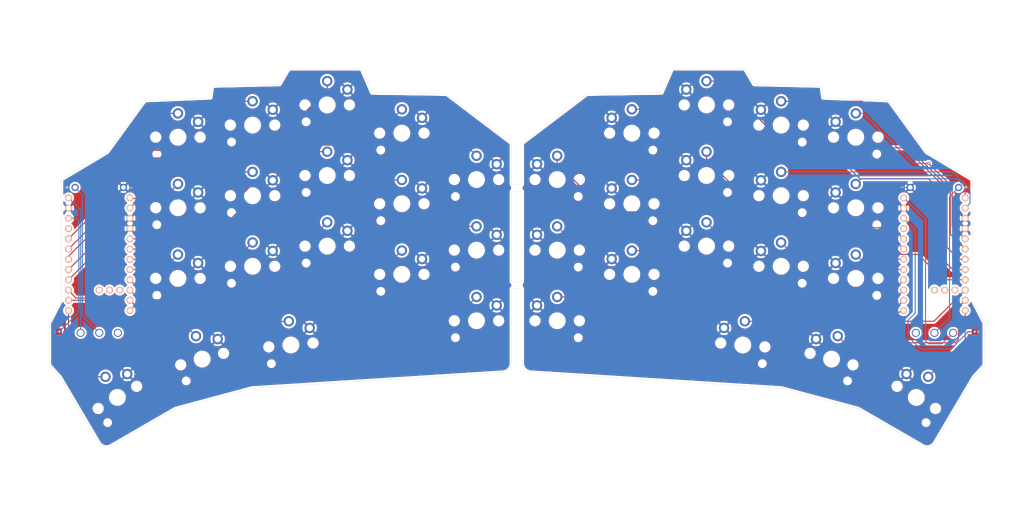
<source format=kicad_pcb>
(kicad_pcb (version 20211014) (generator pcbnew)
  (layers (0 "F.Cu" signal) (31 "B.Cu" signal) (34 "B.Paste" user) (35 "F.Paste" user) (36 "B.SilkS" user "B.Silkscreen") (37 "F.SilkS" user "F.Silkscreen") (38 "B.Mask" user) (39 "F.Mask" user) (44 "Edge.Cuts" user))
  (net 0 "")
  (net 1 "BT+")
  (net 2 "gnd")
  (net 3 "Switch18")
  (net 4 "reset")
  (net 5 "Switch1")
  (net 6 "Switch2")
  (net 7 "Switch3")
  (net 8 "Switch4")
  (net 9 "Switch5")
  (net 10 "Switch6")
  (net 11 "Switch7")
  (net 12 "Switch8")
  (net 13 "Switch9")
  (net 14 "Switch10")
  (net 15 "Switch11")
  (net 16 "Switch12")
  (net 17 "Switch13")
  (net 18 "Switch14")
  (net 19 "Switch15")
  (net 20 "Switch16")
  (net 21 "Switch17")
  (net 22 "Net-(SW_POWER1-Pad1)")
  (net 23 "raw")
  (net 24 "BT+_r")
  (net 25 "Switch18_r")
  (net 26 "reset_r")
  (net 27 "Switch9_r")
  (net 28 "Switch10_r")
  (net 29 "Switch11_r")
  (net 30 "Switch12_r")
  (net 31 "Switch13_r")
  (net 32 "Switch14_r")
  (net 33 "Switch15_r")
  (net 34 "Switch16_r")
  (net 35 "Switch17_r")
  (net 36 "Switch1_r")
  (net 37 "Switch2_r")
  (net 38 "Switch3_r")
  (net 39 "Switch4_r")
  (net 40 "Switch5_r")
  (net 41 "Switch6_r")
  (net 42 "Switch7_r")
  (net 43 "Switch8_r")
  (net 44 "Net-(SW_POWERR1-Pad1)")
  (net 45 "Net-(U1-Pad33)")
  (net 46 "Net-(U1-Pad32)")
  (net 47 "Net-(U1-Pad31)")
  (net 48 "Net-(U2-Pad33)")
  (net 49 "Net-(U2-Pad32)")
  (net 50 "Net-(U2-Pad31)")
  (net 51 "Net-(U1-Pad21)")
  (net 52 "Net-(U2-Pad21)")
  (footprint "1_modular_shared:mouse-bite-2mm-slot-with-space-for-track" (layer "F.Cu") (at 147.518 103.87)
    (fp_text reference "mouse-bite-2mm-slot" hide)
    (fp_text value "VAL**" hide)
  )
  (footprint "Sweepv2_extras:SW_Kailh_Choc_V1_1.00u" (layer "F.Cu") (at 118.962 101.17)
    (fp_text reference "SWr12" hide)
    (fp_text value "SW_Push")
  )
  (footprint "Sweepv2_extras:SW_Kailh_Choc_V1_1.00u" (layer "F.Cu") (at 137.462 77.67)
    (fp_text reference "SWr1" hide)
    (fp_text value "SW_Push")
  )
  (footprint "Sweepv2_extras:SW_Kailh_Choc_V1_1.00u" (layer "F.Cu") (at 118.962 66.17)
    (fp_text reference "SWr2" hide)
    (fp_text value "SW_Push")
  )
  (footprint "Sweepv2_extras:SW_Kailh_Choc_V1_1.00u" (layer "F.Cu") (at 81.962 99.17)
    (fp_text reference "SWr14" hide)
    (fp_text value "SW_Push")
  )
  (footprint "Sweepv2_extras:SW_Kailh_Choc_V1_1.00u" (layer "F.Cu") (at 48.462 131.67 30)
    (fp_text reference "SWr18" hide)
    (fp_text value "SW_Push")
  )
  (footprint "Sweepv2_extras:SW_Kailh_Choc_V1_1.00u" (layer "F.Cu") (at 91.462 118.67 5)
    (fp_text reference "SWr16" hide)
    (fp_text value "SW_Push")
  )
  (footprint "Sweepv2_extras:SW_Kailh_Choc_V1_1.00u" (layer "F.Cu") (at 137.462 112.67)
    (fp_text reference "SWr11" hide)
    (fp_text value "SW_Push")
  )
  (footprint "Sweepv2_extras:SW_Kailh_Choc_V1_1.00u" (layer "F.Cu") (at 81.962 81.67)
    (fp_text reference "SWr9" hide)
    (fp_text value "SW_Push")
  )
  (footprint "Sweepv2_extras:battery hole" (layer "F.Cu") (at 244.962 78.67)
    (fp_text reference "-")
    (fp_text value "MountingHole_Pad" hide)
  )
  (footprint "Sweepv2_extras:battery hole" (layer "F.Cu") (at 256.962 78.67)
    (fp_text reference "+")
    (fp_text value "MountingHole_Pad" hide)
  )
  (footprint "Sweepv2_extras:battery hole" (layer "F.Cu") (at 49.962 78.67)
    (fp_text reference "-")
    (fp_text value "MountingHole_Pad" hide)
  )
  (footprint "Sweepv2_extras:SW_Kailh_Choc_V1_1.00u" (layer "F.Cu") (at 69.462 122.17 15)
    (fp_text reference "SWr17" hide)
    (fp_text value "SW_Push")
  )
  (footprint "Sweepv2_extras:SW_Kailh_Choc_V1_1.00u" (layer "F.Cu") (at 63.462 84.67)
    (fp_text reference "SWr10" hide)
    (fp_text value "SW_Push")
  )
  (footprint "Sweepv2_extras:SW_Kailh_Choc_V1_1.00u" (layer "F.Cu") (at 63.462 102.17)
    (fp_text reference "SWr15" hide)
    (fp_text value "SW_Push")
  )
  (footprint "Sweepv2_extras:SW_SPST_B3U-1000P" (layer "F.Cu") (at 33.962 118.67 90)
    (fp_text reference "RSW2" hide)
    (fp_text value "SW_Push" hide)
  )
  (footprint "Sweepv2_extras:SW_SPST_B3U-1000P" (layer "F.Cu") (at 260.962 118.67 90)
    (fp_text reference "RSW1" hide)
    (fp_text value "SW_Push" hide)
  )
  (footprint "1_modular_shared:mouse-bite-2mm-slot-with-space-for-track" (layer "F.Cu") (at 147.462 79.77)
    (fp_text reference "mouse-bite-2mm-slot" hide)
    (fp_text value "VAL**" hide)
  )
  (footprint "Sweepv2_extras:battery hole" (layer "F.Cu") (at 37.962 78.67)
    (fp_text reference "+")
    (fp_text value "MountingHole_Pad" hide)
  )
  (footprint "Sweepv2_extras:SW_Kailh_Choc_V1_1.00u" (layer "F.Cu") (at 81.962 64.17)
    (fp_text reference "SWr4" hide)
    (fp_text value "SW_Push")
  )
  (footprint "Sweepv2_extras:SW_Kailh_Choc_V1_1.00u" (layer "F.Cu") (at 100.462 94.17)
    (fp_text reference "SWr13" hide)
    (fp_text value "SW_Push")
  )
  (footprint "Sweepv2_extras:SW_Kailh_Choc_V1_1.00u" (layer "F.Cu") (at 118.962 83.67)
    (fp_text reference "SWr7" hide)
    (fp_text value "SW_Push")
  )
  (footprint "Sweepv2_extras:SW_Kailh_Choc_V1_1.00u" (layer "F.Cu") (at 100.462 76.67)
    (fp_text reference "SWr8" hide)
    (fp_text value "SW_Push")
  )
  (footprint "Sweepv2_extras:SW_Kailh_Choc_V1_1.00u" (layer "F.Cu") (at 137.462 95.17)
    (fp_text reference "SWr6" hide)
    (fp_text value "SW_Push")
  )
  (footprint "Sweepv2_extras:SW_Kailh_Choc_V1_1.00u" (layer "F.Cu") (at 63.462 67.17)
    (fp_text reference "SWr5" hide)
    (fp_text value "SW_Push")
  )
  (footprint "Sweepv2_extras:SW_Kailh_Choc_V1_1.00u" (layer "F.Cu") (at 100.462 59.17)
    (fp_text reference "SWr3" hide)
    (fp_text value "SW_Push")
  )
  (footprint "Sweepv2_extras:nice_nano" (layer "B.Cu") (at 43.962 96.17 -90)
    (fp_text reference "U2" hide)
    (fp_text value "nice_nano" hide)
  )
  (footprint "Sweepv2_extras:nice_nano" (layer "B.Cu") (at 250.962 96.17 -90)
    (fp_text reference "U1" hide)
    (fp_text value "nice_nano" hide)
  )
  (footprint "Sweepv2_extras:SW_Kailh_Choc_V1_1.00u" (layer "B.Cu") (at 203.462 118.67 175)
    (fp_text reference "SW16" hide)
    (fp_text value "SW_Push")
  )
  (footprint "Sweepv2_extras:SW_Kailh_Choc_V1_1.00u" (layer "B.Cu") (at 225.462 122.17 165)
    (fp_text reference "SW17" hide)
    (fp_text value "SW_Push")
  )
  (footprint "Sweepv2_extras:SW_Kailh_Choc_V1_1.00u" (layer "B.Cu") (at 246.462 131.67 150)
    (fp_text reference "SW18" hide)
    (fp_text value "SW_Push")
  )
  (footprint "Sweepv2_extras:SW_Kailh_Choc_V1_1.00u" (layer "B.Cu") (at 194.462 76.67 180)
    (fp_text reference "SW8" hide)
    (fp_text value "SW_Push")
  )
  (footprint "Sweepv2_extras:SW_Kailh_Choc_V1_1.00u" (layer "B.Cu") (at 175.962 101.17 180)
    (fp_text reference "SW12" hide)
    (fp_text value "SW_Push")
  )
  (footprint "Sweepv2_extras:SW_Kailh_Choc_V1_1.00u" (layer "B.Cu") (at 212.962 64.17 180)
    (fp_text reference "SW4" hide)
    (fp_text value "SW_Push")
  )
  (footprint "Sweepv2_extras:SW_Kailh_Choc_V1_1.00u" (layer "B.Cu") (at 175.962 83.67 180)
    (fp_text reference "SW7" hide)
    (fp_text value "SW_Push")
  )
  (footprint "Sweepv2_extras:SW_Kailh_Choc_V1_1.00u" (layer "B.Cu") (at 157.462 112.67 180)
    (fp_text reference "SW11" hide)
    (fp_text value "SW_Push")
  )
  (footprint "Sweepv2_extras:SW_Kailh_Choc_V1_1.00u" (layer "B.Cu") (at 231.462 67.17 180)
    (fp_text reference "SW5" hide)
    (fp_text value "SW_Push")
  )
  (footprint "Sweepv2_extras:SW_Kailh_Choc_V1_1.00u" (layer "B.Cu") (at 212.962 81.67 180)
    (fp_text reference "SW9" hide)
    (fp_text value "SW_Push")
  )
  (footprint "Sweepv2_extras:SW_Kailh_Choc_V1_1.00u" (layer "B.Cu") (at 231.462 84.67 180)
    (fp_text reference "SW10" hide)
    (fp_text value "SW_Push")
  )
  (footprint "Sweepv2_extras:SW_Kailh_Choc_V1_1.00u" (layer "B.Cu") (at 157.462 77.67 180)
    (fp_text reference "SW1" hide)
    (fp_text value "SW_Push")
  )
  (footprint "Sweepv2_extras:SW_Kailh_Choc_V1_1.00u" (layer "B.Cu") (at 175.962 66.17 180)
    (fp_text reference "SW2" hide)
    (fp_text value "SW_Push")
  )
  (footprint "Sweepv2_extras:bigswitch" (layer "B.Cu") (at 250.962 115.67)
    (fp_text reference "SW_POWERR1" hide)
    (fp_text value "SW_SPDT" hide)
  )
  (footprint "Sweepv2_extras:bigswitch" (layer "B.Cu") (at 43.962 115.67 180)
    (fp_text reference "SW_POWER1" hide)
    (fp_text value "SW_SPDT" hide)
  )
  (footprint "Sweepv2_extras:SW_Kailh_Choc_V1_1.00u" (layer "B.Cu") (at 212.962 99.17 180)
    (fp_text reference "SW14" hide)
    (fp_text value "SW_Push")
  )
  (footprint "Sweepv2_extras:SW_Kailh_Choc_V1_1.00u" (layer "B.Cu") (at 157.462 95.17 180)
    (fp_text reference "SW6" hide)
    (fp_text value "SW_Push")
  )
  (footprint "Sweepv2_extras:SW_Kailh_Choc_V1_1.00u" (layer "B.Cu") (at 194.462 59.17 180)
    (fp_text reference "SW3" hide)
    (fp_text value "SW_Push")
  )
  (footprint "Sweepv2_extras:SW_Kailh_Choc_V1_1.00u" (layer "B.Cu") (at 194.462 94.17 180)
    (fp_text reference "SW13" hide)
    (fp_text value "SW_Push")
  )
  (footprint "Sweepv2_extras:SW_Kailh_Choc_V1_1.00u" (layer "B.Cu") (at 231.462 102.17 180)
    (fp_text reference "SW15" hide)
    (fp_text value "SW_Push")
  )
  (gr_line (start 146.162 104.75) (end 146.162 123.17) (layer "Edge.Cuts") (width 0.05))
  (gr_line (start 148.762 80.62) (end 146.162 80.62) (layer "Edge.Cuts") (width 0.05))
  (gr_line (start 146.162 68.67) (end 146.162 78.842) (layer "Edge.Cuts") (width 0.05))
  (gr_line (start 148.762 68.67) (end 148.762 78.842) (layer "Edge.Cuts") (width 0.05))
  (gr_line (start 148.762 78.842) (end 146.162 78.842) (layer "Edge.Cuts") (width 0.05))
  (gr_line (start 148.762 104.75) (end 146.162 104.75) (layer "Edge.Cuts") (width 0.05))
  (gr_line (start 148.762 102.972) (end 146.162 102.972) (layer "Edge.Cuts") (width 0.05))
  (gr_line (start 146.162 80.62) (end 146.162 102.972) (layer "Edge.Cuts") (width 0.05))
  (gr_line (start 148.762 80.62) (end 148.762 102.972) (layer "Edge.Cuts") (width 0.05))
  (gr_line (start 130.062 56.47) (end 146.162 68.67) (layer "Edge.Cuts") (width 0.05))
  (gr_line (start 203.962 50.17) (end 185.962 50.17) (layer "Edge.Cuts") (width 0.05))
  (gr_line (start 248.962 70.87) (end 239.662 58.07) (layer "Edge.Cuts") (width 0.05))
  (gr_line (start 148.762 104.75) (end 148.762 123.17) (layer "Edge.Cuts") (width 0.05))
  (gr_line (start 232.062 134.47) (end 248.001532 143.681363) (layer "Edge.Cuts") (width 0.05))
  (gr_line (start 263.362 113.27) (end 260.362 107.47) (layer "Edge.Cuts") (width 0.05))
  (gr_arc (start 151.062 125.47) (mid 149.435654 124.796346) (end 148.762 123.17) (layer "Edge.Cuts") (width 0.05))
  (gr_line (start 223.362 57.37) (end 222.962 54.47) (layer "Edge.Cuts") (width 0.05))
  (gr_line (start 222.962 54.47) (end 206.262 54.07) (layer "Edge.Cuts") (width 0.05))
  (gr_line (start 206.262 54.07) (end 203.962 50.17) (layer "Edge.Cuts") (width 0.05))
  (gr_line (start 260.662 126.67) (end 263.362 123.67) (layer "Edge.Cuts") (width 0.05))
  (gr_line (start 263.362 123.67) (end 263.362 113.27) (layer "Edge.Cuts") (width 0.05))
  (gr_line (start 164.862 56.47) (end 148.762 68.67) (layer "Edge.Cuts") (width 0.05))
  (gr_line (start 260.362 77.67) (end 248.962 70.87) (layer "Edge.Cuts") (width 0.05))
  (gr_line (start 151.062 125.47) (end 213.062 129.37) (layer "Edge.Cuts") (width 0.05))
  (gr_line (start 185.962 50.17) (end 183.362 56.17) (layer "Edge.Cuts") (width 0.05))
  (gr_line (start 183.362 56.17) (end 164.862 56.47) (layer "Edge.Cuts") (width 0.05))
  (gr_line (start 239.662 58.07) (end 223.362 57.37) (layer "Edge.Cuts") (width 0.05))
  (gr_line (start 260.362 107.47) (end 260.362 77.67) (layer "Edge.Cuts") (width 0.05))
  (gr_line (start 213.062 129.37) (end 232.062 134.47) (layer "Edge.Cuts") (width 0.05))
  (gr_arc (start 251.162 142.77) (mid 249.781556 143.918523) (end 248.001532 143.681363) (layer "Edge.Cuts") (width 0.05))
  (gr_line (start 251.162 142.77) (end 260.662 126.67) (layer "Edge.Cuts") (width 0.05))
  (gr_line (start 71.962 54.47) (end 88.662 54.07) (layer "Edge.Cuts") (width 0.05))
  (gr_line (start 55.262 58.07) (end 71.562 57.37) (layer "Edge.Cuts") (width 0.05))
  (gr_line (start 34.562 77.67) (end 45.962 70.87) (layer "Edge.Cuts") (width 0.05))
  (gr_line (start 88.662 54.07) (end 90.962 50.17) (layer "Edge.Cuts") (width 0.05))
  (gr_line (start 43.762 142.77) (end 34.262 126.67) (layer "Edge.Cuts") (width 0.05))
  (gr_line (start 111.562 56.17) (end 130.062 56.47) (layer "Edge.Cuts") (width 0.05))
  (gr_line (start 31.562 113.27) (end 34.562 107.47) (layer "Edge.Cuts") (width 0.05))
  (gr_line (start 34.262 126.67) (end 31.562 123.67) (layer "Edge.Cuts") (width 0.05))
  (gr_line (start 45.962 70.87) (end 55.262 58.07) (layer "Edge.Cuts") (width 0.05))
  (gr_line (start 143.862 125.47) (end 81.862 129.37) (layer "Edge.Cuts") (width 0.05))
  (gr_line (start 62.862 134.47) (end 46.922468 143.681363) (layer "Edge.Cuts") (width 0.05))
  (gr_line (start 31.562 123.67) (end 31.562 113.27) (layer "Edge.Cuts") (width 0.05))
  (gr_line (start 71.562 57.37) (end 71.962 54.47) (layer "Edge.Cuts") (width 0.05))
  (gr_line (start 90.962 50.17) (end 108.962 50.17) (layer "Edge.Cuts") (width 0.05))
  (gr_arc (start 46.922468 143.681363) (mid 45.142444 143.918523) (end 43.762 142.77) (layer "Edge.Cuts") (width 0.05))
  (gr_line (start 34.562 107.47) (end 34.562 77.67) (layer "Edge.Cuts") (width 0.05))
  (gr_line (start 108.962 50.17) (end 111.562 56.17) (layer "Edge.Cuts") (width 0.05))
  (gr_line (start 81.862 129.37) (end 62.862 134.47) (layer "Edge.Cuts") (width 0.05))
  (gr_arc (start 146.162 123.17) (mid 145.488346 124.796346) (end 143.862 125.47) (layer "Edge.Cuts") (width 0.05))
  (segment (start 37.962 79.63) (end 39.79201 81.46001) (width 0.25) (layer "B.Cu") (net 1))
  (segment (start 39.79201 81.46001) (end 39.79201 111.50001) (width 0.25) (layer "B.Cu") (net 1))
  (segment (start 39.79201 111.50001) (end 43.962 115.67) (width 0.25) (layer "B.Cu") (net 1))
  (segment (start 243.342 84.74) (end 241.386 82.784) (width 0.25) (layer "B.Cu") (net 2))
  (segment (start 241.386 82.784) (end 241.386 80.278) (width 0.25) (layer "B.Cu") (net 2))
  (segment (start 242.034 79.63) (end 244.962 79.63) (width 0.25) (layer "B.Cu") (net 2))
  (segment (start 241.386 80.278) (end 242.034 79.63) (width 0.25) (layer "B.Cu") (net 2))
  (segment (start 258.582 117.39045) (end 249.412 126.56045) (width 0.25) (layer "F.Cu") (net 3))
  (segment (start 258.582 110.14) (end 258.582 117.39045) (width 0.25) (layer "F.Cu") (net 3))
  (segment (start 260.962 115.37) (end 259.126 115.37) (width 0.25) (layer "F.Cu") (net 4))
  (via (at 260.962 115.37) (size 0.8) (drill 0.4) (layers "F.Cu" "B.Cu") (net 4))
  (segment (start 246.212 110.758) (end 246.212 90.15) (width 0.25) (layer "B.Cu") (net 4))
  (segment (start 244.434 112.536) (end 246.212 110.758) (width 0.25) (layer "B.Cu") (net 4))
  (segment (start 247.482 119.648) (end 244.434 116.6) (width 0.25) (layer "B.Cu") (net 4))
  (segment (start 259.38 115.37) (end 255.102 119.648) (width 0.25) (layer "B.Cu") (net 4))
  (segment (start 260.962 115.37) (end 259.38 115.37) (width 0.25) (layer "B.Cu") (net 4))
  (segment (start 246.212 90.15) (end 243.342 87.28) (width 0.25) (layer "B.Cu") (net 4))
  (segment (start 244.434 116.6) (end 244.434 112.536) (width 0.25) (layer "B.Cu") (net 4))
  (segment (start 255.102 119.648) (end 247.482 119.648) (width 0.25) (layer "B.Cu") (net 4))
  (segment (start 202.524 90.49648) (end 237.101898 90.49648) (width 0.25) (layer "F.Cu") (net 5))
  (segment (start 253.214 102.52) (end 258.582 102.52) (width 0.25) (layer "F.Cu") (net 5))
  (segment (start 197.698 85.67048) (end 202.524 90.49648) (width 0.25) (layer "F.Cu") (net 5))
  (segment (start 157.462 71.77) (end 157.462 73.619586) (width 0.25) (layer "F.Cu") (net 5))
  (segment (start 169.512894 85.67048) (end 197.698 85.67048) (width 0.25) (layer "F.Cu") (net 5))
  (segment (start 157.462 73.619586) (end 169.512894 85.67048) (width 0.25) (layer "F.Cu") (net 5))
  (segment (start 246.933189 96.239189) (end 253.214 102.52) (width 0.25) (layer "F.Cu") (net 5))
  (segment (start 237.101898 90.49648) (end 242.844607 96.239189) (width 0.25) (layer "F.Cu") (net 5))
  (segment (start 242.844607 96.239189) (end 246.933189 96.239189) (width 0.25) (layer "F.Cu") (net 5))
  (segment (start 255.5 99.98) (end 258.582 99.98) (width 0.25) (layer "F.Cu") (net 6))
  (segment (start 193.888 62.244) (end 203.54 71.896) (width 0.25) (layer "F.Cu") (net 6))
  (segment (start 252.816 80.786) (end 252.816 97.296) (width 0.25) (layer "F.Cu") (net 6))
  (segment (start 212.909407 73.42) (end 228.409407 73.42) (width 0.25) (layer "F.Cu") (net 6))
  (segment (start 232.473407 77.484) (end 249.514 77.484) (width 0.25) (layer "F.Cu") (net 6))
  (segment (start 175.962 60.27) (end 185.564 60.27) (width 0.25) (layer "F.Cu") (net 6))
  (segment (start 252.816 97.296) (end 255.5 99.98) (width 0.25) (layer "F.Cu") (net 6))
  (segment (start 185.564 60.27) (end 187.538 62.244) (width 0.25) (layer "F.Cu") (net 6))
  (segment (start 187.538 62.244) (end 193.888 62.244) (width 0.25) (layer "F.Cu") (net 6))
  (segment (start 211.385407 71.896) (end 212.909407 73.42) (width 0.25) (layer "F.Cu") (net 6))
  (segment (start 228.409407 73.42) (end 232.473407 77.484) (width 0.25) (layer "F.Cu") (net 6))
  (segment (start 203.54 71.896) (end 211.385407 71.896) (width 0.25) (layer "F.Cu") (net 6))
  (segment (start 249.514 77.484) (end 252.816 80.786) (width 0.25) (layer "F.Cu") (net 6))
  (segment (start 254.086 80.160332) (end 254.086 94.502) (width 0.25) (layer "F.Cu") (net 7))
  (segment (start 257.024 97.44) (end 258.582 97.44) (width 0.25) (layer "F.Cu") (net 7))
  (segment (start 198.122 53.27) (end 214.657166 69.805166) (width 0.25) (layer "F.Cu") (net 7))
  (segment (start 214.657166 69.805166) (end 243.730834 69.805166) (width 0.25) (layer "F.Cu") (net 7))
  (segment (start 194.462 53.27) (end 198.122 53.27) (width 0.25) (layer "F.Cu") (net 7))
  (segment (start 254.086 94.502) (end 257.024 97.44) (width 0.25) (layer "F.Cu") (net 7))
  (segment (start 243.730834 69.805166) (end 254.086 80.160332) (width 0.25) (layer "F.Cu") (net 7))
  (segment (start 233.085386 58.27) (end 254.90648 80.091094) (width 0.25) (layer "F.Cu") (net 8))
  (segment (start 254.90648 91.22448) (end 258.582 94.9) (width 0.25) (layer "F.Cu") (net 8))
  (segment (start 254.90648 80.091094) (end 254.90648 91.22448) (width 0.25) (layer "F.Cu") (net 8))
  (segment (start 212.962 58.27) (end 233.085386 58.27) (width 0.25) (layer "F.Cu") (net 8))
  (segment (start 255.356 89.134) (end 258.582 92.36) (width 0.25) (layer "F.Cu") (net 9))
  (segment (start 255.356 79.516) (end 255.356 89.134) (width 0.25) (layer "F.Cu") (net 9))
  (segment (start 249.514 73.674) (end 255.356 79.516) (width 0.25) (layer "F.Cu") (net 9))
  (via (at 249.514 73.674) (size 0.8) (drill 0.4) (layers "F.Cu" "B.Cu") (net 9))
  (segment (start 231.462 61.27) (end 233.300477 61.27) (width 0.25) (layer "B.Cu") (net 9))
  (segment (start 233.300477 61.27) (end 245.704477 73.674) (width 0.25) (layer "B.Cu") (net 9))
  (segment (start 245.704477 73.674) (end 249.514 73.674) (width 0.25) (layer "B.Cu") (net 9))
  (segment (start 183.474 92.724) (end 190.078 86.12) (width 0.25) (layer "F.Cu") (net 10))
  (segment (start 218.272 92.978) (end 232.496 92.978) (width 0.25) (layer "F.Cu") (net 10))
  (segment (start 160.916 92.724) (end 183.474 92.724) (width 0.25) (layer "F.Cu") (net 10))
  (segment (start 201 90.946) (end 216.24 90.946) (width 0.25) (layer "F.Cu") (net 10))
  (segment (start 232.496 92.978) (end 236.958 97.44) (width 0.25) (layer "F.Cu") (net 10))
  (segment (start 196.174 86.12) (end 201 90.946) (width 0.25) (layer "F.Cu") (net 10))
  (segment (start 157.462 89.27) (end 160.916 92.724) (width 0.25) (layer "F.Cu") (net 10))
  (segment (start 190.078 86.12) (end 196.174 86.12) (width 0.25) (layer "F.Cu") (net 10))
  (segment (start 216.24 90.946) (end 218.272 92.978) (width 0.25) (layer "F.Cu") (net 10))
  (segment (start 236.958 97.44) (end 243.342 97.44) (width 0.25) (layer "F.Cu") (net 10))
  (segment (start 187.65496 85.22096) (end 199.33896 85.22096) (width 0.25) (layer "F.Cu") (net 11))
  (segment (start 238.48896 90.04696) (end 243.342 94.9) (width 0.25) (layer "F.Cu") (net 11))
  (segment (start 204.16496 90.04696) (end 238.48896 90.04696) (width 0.25) (layer "F.Cu") (net 11))
  (segment (start 175.962 77.77) (end 180.204 77.77) (width 0.25) (layer "F.Cu") (net 11))
  (segment (start 199.33896 85.22096) (end 204.16496 90.04696) (width 0.25) (layer "F.Cu") (net 11))
  (segment (start 180.204 77.77) (end 187.65496 85.22096) (width 0.25) (layer "F.Cu") (net 11))
  (segment (start 194.462 70.77) (end 194.462 72.619586) (width 0.25) (layer "F.Cu") (net 12))
  (segment (start 240.577011 89.595011) (end 243.342 92.36) (width 0.25) (layer "F.Cu") (net 12))
  (segment (start 194.462 72.619586) (end 211.437425 89.595011) (width 0.25) (layer "F.Cu") (net 12))
  (segment (start 211.437425 89.595011) (end 240.577011 89.595011) (width 0.25) (layer "F.Cu") (net 12))
  (segment (start 259.782811 80.083372) (end 255.469439 75.77) (width 0.25) (layer "B.Cu") (net 13))
  (segment (start 258.582 84.74) (end 259.782811 83.539189) (width 0.25) (layer "B.Cu") (net 13))
  (segment (start 259.782811 83.539189) (end 259.782811 80.083372) (width 0.25) (layer "B.Cu") (net 13))
  (segment (start 255.469439 75.77) (end 212.962 75.77) (width 0.25) (layer "B.Cu") (net 13))
  (segment (start 258.582 79.518279) (end 256.533721 77.47) (width 0.25) (layer "B.Cu") (net 14))
  (segment (start 232.762 77.47) (end 231.462 78.77) (width 0.25) (layer "B.Cu") (net 14))
  (segment (start 258.582 82.2) (end 258.582 79.518279) (width 0.25) (layer "B.Cu") (net 14))
  (segment (start 256.533721 77.47) (end 232.762 77.47) (width 0.25) (layer "B.Cu") (net 14))
  (segment (start 194.726 106.77) (end 198.46 110.504) (width 0.25) (layer "F.Cu") (net 15))
  (segment (start 242.978 110.504) (end 243.342 110.14) (width 0.25) (layer "F.Cu") (net 15))
  (segment (start 157.462 106.77) (end 194.726 106.77) (width 0.25) (layer "F.Cu") (net 15))
  (segment (start 198.46 110.504) (end 242.978 110.504) (width 0.25) (layer "F.Cu") (net 15))
  (segment (start 185.004 95.27) (end 199.73 109.996) (width 0.25) (layer "F.Cu") (net 16))
  (segment (start 175.962 95.27) (end 185.004 95.27) (width 0.25) (layer "F.Cu") (net 16))
  (segment (start 240.946 109.996) (end 243.342 107.6) (width 0.25) (layer "F.Cu") (net 16))
  (segment (start 199.73 109.996) (end 240.946 109.996) (width 0.25) (layer "F.Cu") (net 16))
  (segment (start 204.048 108.726) (end 197.19 101.868) (width 0.25) (layer "F.Cu") (net 17))
  (segment (start 239.676 108.726) (end 204.048 108.726) (width 0.25) (layer "F.Cu") (net 17))
  (segment (start 243.342 105.06) (end 239.676 108.726) (width 0.25) (layer "F.Cu") (net 17))
  (segment (start 197.19 90.998) (end 194.462 88.27) (width 0.25) (layer "F.Cu") (net 17))
  (segment (start 197.19 101.868) (end 197.19 90.998) (width 0.25) (layer "F.Cu") (net 17))
  (segment (start 237.898 107.964) (end 243.342 102.52) (width 0.25) (layer "F.Cu") (net 18))
  (segment (start 216.748 107.964) (end 237.898 107.964) (width 0.25) (layer "F.Cu") (net 18))
  (segment (start 215.732 96.04) (end 215.732 106.948) (width 0.25) (layer "F.Cu") (net 18))
  (segment (start 212.962 93.27) (end 215.732 96.04) (width 0.25) (layer "F.Cu") (net 18))
  (segment (start 215.732 106.948) (end 216.748 107.964) (width 0.25) (layer "F.Cu") (net 18))
  (segment (start 235.172 99.98) (end 243.342 99.98) (width 0.25) (layer "F.Cu") (net 19))
  (segment (start 231.462 96.27) (end 235.172 99.98) (width 0.25) (layer "F.Cu") (net 19))
  (segment (start 203.976219 112.792451) (end 250.849549 112.792451) (width 0.25) (layer "F.Cu") (net 20))
  (segment (start 250.849549 112.792451) (end 258.582 105.06) (width 0.25) (layer "F.Cu") (net 20))
  (segment (start 228.641994 118.124) (end 256.118 118.124) (width 0.25) (layer "F.Cu") (net 21))
  (segment (start 256.906511 117.335489) (end 256.906511 109.275489) (width 0.25) (layer "F.Cu") (net 21))
  (segment (start 256.118 118.124) (end 256.906511 117.335489) (width 0.25) (layer "F.Cu") (net 21))
  (segment (start 226.989032 116.471038) (end 228.641994 118.124) (width 0.25) (layer "F.Cu") (net 21))
  (segment (start 256.906511 109.275489) (end 258.582 107.6) (width 0.25) (layer "F.Cu") (net 21))
  (segment (start 249.514 118.378) (end 248.752 117.616) (width 0.25) (layer "B.Cu") (net 23))
  (segment (start 254.257489 116.994511) (end 254.199489 116.994511) (width 0.25) (layer "B.Cu") (net 23))
  (segment (start 252.816 118.378) (end 249.514 118.378) (width 0.25) (layer "B.Cu") (net 23))
  (segment (start 248.752 87.61) (end 243.342 82.2) (width 0.25) (layer "B.Cu") (net 23))
  (segment (start 254.199489 116.994511) (end 252.816 118.378) (width 0.25) (layer "B.Cu") (net 23))
  (segment (start 248.752 117.616) (end 248.752 87.61) (width 0.25) (layer "B.Cu") (net 23))
  (segment (start 255.582 115.67) (end 254.257489 116.994511) (width 0.25) (layer "B.Cu") (net 23))
  (segment (start 36.342 82.2) (end 39.342 85.2) (width 0.25) (layer "B.Cu") (net 23))
  (segment (start 39.342 115.67) (end 39.342 85.2) (width 0.25) (layer "B.Cu") (net 23))
  (segment (start 250.962 115.67) (end 254.702811 111.929189) (width 0.25) (layer "B.Cu") (net 24))
  (segment (start 254.702811 81.889189) (end 256.962 79.63) (width 0.25) (layer "B.Cu") (net 24))
  (segment (start 254.702811 111.929189) (end 254.702811 81.889189) (width 0.25) (layer "B.Cu") (net 24))
  (segment (start 43.35245 126.56045) (end 36.342 119.55) (width 0.25) (layer "F.Cu") (net 25))
  (segment (start 45.512 126.56045) (end 43.35245 126.56045) (width 0.25) (layer "F.Cu") (net 25))
  (segment (start 36.342 119.55) (end 36.342 110.14) (width 0.25) (layer "F.Cu") (net 25))
  (segment (start 33.962 115.37) (end 34.062 115.37) (width 0.25) (layer "F.Cu") (net 26))
  (via (at 34.062 115.37) (size 0.8) (drill 0.4) (layers "F.Cu" "B.Cu") (net 26))
  (segment (start 38.89199 87.914666) (end 38.257324 87.28) (width 0.25) (layer "B.Cu") (net 26))
  (segment (start 38.89199 110.54001) (end 38.89199 87.914666) (width 0.25) (layer "B.Cu") (net 26))
  (segment (start 34.062 115.37) (end 38.89199 110.54001) (width 0.25) (layer "B.Cu") (net 26))
  (segment (start 38.257324 87.28) (end 36.342 87.28) (width 0.25) (layer "B.Cu") (net 26))
  (segment (start 63.362 82.47) (end 60.39841 82.47) (width 0.25) (layer "F.Cu") (net 27))
  (segment (start 53.252 83.07) (end 51.582 84.74) (width 0.25) (layer "F.Cu") (net 27))
  (segment (start 59.79841 83.07) (end 53.252 83.07) (width 0.25) (layer "F.Cu") (net 27))
  (segment (start 60.39841 82.47) (end 59.79841 83.07) (width 0.25) (layer "F.Cu") (net 27))
  (segment (start 81.962 75.77) (end 70.062 75.77) (width 0.25) (layer "F.Cu") (net 27))
  (segment (start 70.062 75.77) (end 63.362 82.47) (width 0.25) (layer "F.Cu") (net 27))
  (segment (start 63.462 78.77) (end 59.862 82.37) (width 0.25) (layer "F.Cu") (net 28))
  (segment (start 59.862 82.37) (end 51.752 82.37) (width 0.25) (layer "F.Cu") (net 28))
  (segment (start 51.752 82.37) (end 51.582 82.2) (width 0.25) (layer "F.Cu") (net 28))
  (segment (start 135.293301 108.938699) (end 52.783301 108.938699) (width 0.25) (layer "F.Cu") (net 29))
  (segment (start 137.462 106.77) (end 135.293301 108.938699) (width 0.25) (layer "F.Cu") (net 29))
  (segment (start 52.783301 108.938699) (end 51.582 110.14) (width 0.25) (layer "F.Cu") (net 29))
  (segment (start 116.062 105.57) (end 113.143311 108.488689) (width 0.25) (layer "F.Cu") (net 30))
  (segment (start 113.143311 108.488689) (end 52.470689 108.488689) (width 0.25) (layer "F.Cu") (net 30))
  (segment (start 118.962 95.27) (end 116.062 98.17) (width 0.25) (layer "F.Cu") (net 30))
  (segment (start 116.062 98.17) (end 116.062 105.57) (width 0.25) (layer "F.Cu") (net 30))
  (segment (start 52.470689 108.488689) (end 51.582 107.6) (width 0.25) (layer "F.Cu") (net 30))
  (segment (start 90.862 107.97) (end 54.492 107.97) (width 0.25) (layer "F.Cu") (net 31))
  (segment (start 97.562 101.27) (end 90.862 107.97) (width 0.25) (layer "F.Cu") (net 31))
  (segment (start 54.492 107.97) (end 51.582 105.06) (width 0.25) (layer "F.Cu") (net 31))
  (segment (start 100.462 88.27) (end 97.562 91.17) (width 0.25) (layer "F.Cu") (net 31))
  (segment (start 97.562 91.17) (end 97.562 101.27) (width 0.25) (layer "F.Cu") (net 31))
  (segment (start 77.762 107.47) (end 56.532 107.47) (width 0.25) (layer "F.Cu") (net 32))
  (segment (start 78.962 96.27) (end 78.962 106.27) (width 0.25) (layer "F.Cu") (net 32))
  (segment (start 81.962 93.27) (end 78.962 96.27) (width 0.25) (layer "F.Cu") (net 32))
  (segment (start 78.962 106.27) (end 77.762 107.47) (width 0.25) (layer "F.Cu") (net 32))
  (segment (start 56.532 107.47) (end 51.582 102.52) (width 0.25) (layer "F.Cu") (net 32))
  (segment (start 59.762 99.97) (end 51.592 99.97) (width 0.25) (layer "F.Cu") (net 33))
  (segment (start 51.592 99.97) (end 51.582 99.98) (width 0.25) (layer "F.Cu") (net 33))
  (segment (start 63.462 96.27) (end 59.762 99.97) (width 0.25) (layer "F.Cu") (net 33))
  (segment (start 90.916552 112.82368) (end 90.947781 112.792451) (width 0.25) (layer "F.Cu") (net 34))
  (segment (start 49.85209 112.82368) (end 90.916552 112.82368) (width 0.25) (layer "F.Cu") (net 34))
  (segment (start 44.162 107.07) (end 49.85209 112.82368) (width 0.25) (layer "F.Cu") (net 34))
  (segment (start 36.342 105.06) (end 38.162 107.07) (width 0.25) (layer "F.Cu") (net 34))
  (segment (start 38.162 107.07) (end 44.162 107.07) (width 0.25) (layer "F.Cu") (net 34))
  (segment (start 65.808929 114.344999) (end 50.736999 114.344999) (width 0.25) (layer "F.Cu") (net 35))
  (segment (start 67.934968 116.471038) (end 65.808929 114.344999) (width 0.25) (layer "F.Cu") (net 35))
  (segment (start 50.736999 114.344999) (end 43.992 107.6) (width 0.25) (layer "F.Cu") (net 35))
  (segment (start 43.992 107.6) (end 36.342 107.6) (width 0.25) (layer "F.Cu") (net 35))
  (segment (start 46.16204 79.60637) (end 46.16204 91.937886) (width 0.25) (layer "F.Cu") (net 36))
  (segment (start 52.89841 72.87) (end 46.16204 79.60637) (width 0.25) (layer "F.Cu") (net 36))
  (segment (start 134.836999 69.144999) (end 88.072823 69.144999) (width 0.25) (layer "F.Cu") (net 36))
  (segment (start 46.16204 91.937886) (end 46.162 91.937926) (width 0.25) (layer "F.Cu") (net 36))
  (segment (start 88.072823 69.144999) (end 84.347822 72.87) (width 0.25) (layer "F.Cu") (net 36))
  (segment (start 46.162 92.7) (end 36.342 102.52) (width 0.25) (layer "F.Cu") (net 36))
  (segment (start 84.347822 72.87) (end 52.89841 72.87) (width 0.25) (layer "F.Cu") (net 36))
  (segment (start 46.162 91.937926) (end 46.162 92.7) (width 0.25) (layer "F.Cu") (net 36))
  (segment (start 137.462 71.77) (end 134.836999 69.144999) (width 0.25) (layer "F.Cu") (net 36))
  (segment (start 118.962 60.27) (end 117.662001 61.569999) (width 0.25) (layer "F.Cu") (net 37))
  (segment (start 52.836999 72.295001) (end 45.71203 79.41997) (width 0.25) (layer "F.Cu") (net 37))
  (segment (start 84.286411 72.295001) (end 52.836999 72.295001) (width 0.25) (layer "F.Cu") (net 37))
  (segment (start 117.662001 61.569999) (end 95.011413 61.569999) (width 0.25) (layer "F.Cu") (net 37))
  (segment (start 95.011413 61.569999) (end 84.286411 72.295001) (width 0.25) (layer "F.Cu") (net 37))
  (segment (start 45.71203 79.41997) (end 45.71203 90.60997) (width 0.25) (layer "F.Cu") (net 37))
  (segment (start 45.71203 90.60997) (end 36.342 99.98) (width 0.25) (layer "F.Cu") (net 37))
  (segment (start 45.26202 79.16998) (end 45.26202 87.757906) (width 0.25) (layer "F.Cu") (net 38))
  (segment (start 64.736999 70.444999) (end 53.987001 70.444999) (width 0.25) (layer "F.Cu") (net 38))
  (segment (start 45.26202 87.757906) (end 36.342 96.677926) (width 0.25) (layer "F.Cu") (net 38))
  (segment (start 100.462 55.483002) (end 85.475002 70.47) (width 0.25) (layer "F.Cu") (net 38))
  (segment (start 100.462 53.27) (end 100.462 55.483002) (width 0.25) (layer "F.Cu") (net 38))
  (segment (start 36.342 96.677926) (end 36.342 97.44) (width 0.25) (layer "F.Cu") (net 38))
  (segment (start 64.762 70.47) (end 64.736999 70.444999) (width 0.25) (layer "F.Cu") (net 38))
  (segment (start 53.987001 70.444999) (end 45.26202 79.16998) (width 0.25) (layer "F.Cu") (net 38))
  (segment (start 85.475002 70.47) (end 64.762 70.47) (width 0.25) (layer "F.Cu") (net 38))
  (segment (start 44.81201 78.717923) (end 44.81201 86.42999) (width 0.25) (layer "F.Cu") (net 39))
  (segment (start 44.81201 86.42999) (end 36.342 94.9) (width 0.25) (layer "F.Cu") (net 39))
  (segment (start 80.123523 58.27) (end 68.523523 69.87) (width 0.25) (layer "F.Cu") (net 39))
  (segment (start 68.523523 69.87) (end 53.659933 69.87) (width 0.25) (layer "F.Cu") (net 39))
  (segment (start 53.659933 69.87) (end 44.81201 78.717923) (width 0.25) (layer "F.Cu") (net 39))
  (segment (start 81.962 58.27) (end 80.123523 58.27) (width 0.25) (layer "F.Cu") (net 39))
  (segment (start 36.342 92.36) (end 44.362 84.34) (width 0.25) (layer "F.Cu") (net 40))
  (segment (start 61.623523 61.27) (end 63.462 61.27) (width 0.25) (layer "F.Cu") (net 40))
  (segment (start 44.362 78.531523) (end 61.623523 61.27) (width 0.25) (layer "F.Cu") (net 40))
  (segment (start 44.362 84.34) (end 44.362 78.531523) (width 0.25) (layer "F.Cu") (net 40))
  (segment (start 59.462 93.37) (end 55.392 97.44) (width 0.25) (layer "F.Cu") (net 41))
  (segment (start 55.392 97.44) (end 51.582 97.44) (width 0.25) (layer "F.Cu") (net 41))
  (segment (start 79.247412 85.37) (end 71.247412 93.37) (width 0.25) (layer "F.Cu") (net 41))
  (segment (start 117.248998 89.27) (end 113.348998 85.37) (width 0.25) (layer "F.Cu") (net 41))
  (segment (start 71.247412 93.37) (end 59.462 93.37) (width 0.25) (layer "F.Cu") (net 41))
  (segment (start 137.462 89.27) (end 117.248998 89.27) (width 0.25) (layer "F.Cu") (net 41))
  (segment (start 113.348998 85.37) (end 79.247412 85.37) (width 0.25) (layer "F.Cu") (net 41))
  (segment (start 51.582 94.9) (end 54.87201 94.9) (width 0.25) (layer "F.Cu") (net 42))
  (segment (start 56.962 92.81001) (end 71.170993 92.810009) (width 0.25) (layer "F.Cu") (net 42))
  (segment (start 71.170993 92.810009) (end 79.662 84.319002) (width 0.25) (layer "F.Cu") (net 42))
  (segment (start 101.412998 84.319002) (end 107.962 77.77) (width 0.25) (layer "F.Cu") (net 42))
  (segment (start 54.87201 94.9) (end 56.962 92.81001) (width 0.25) (layer "F.Cu") (net 42))
  (segment (start 107.962 77.77) (end 118.962 77.77) (width 0.25) (layer "F.Cu") (net 42))
  (segment (start 79.662 84.319002) (end 101.412998 84.319002) (width 0.25) (layer "F.Cu") (net 42))
  (segment (start 100.462 70.77) (end 90.012998 70.77) (width 0.25) (layer "F.Cu") (net 43))
  (segment (start 68.422998 92.36) (end 51.582 92.36) (width 0.25) (layer "F.Cu") (net 43))
  (segment (start 90.012998 70.77) (end 68.422998 92.36) (width 0.25) (layer "F.Cu") (net 43))
  (zone (net 2) (net_name "gnd") (layer "F.Cu") (connect_pads (clearance 0.508)) (min_thickness 0.254) (fill yes (thermal_gap 0.508) (thermal_bridge_width 0.508))
    (polygon (pts (xy 271.562 161.57) (xy 19.362 155.67) (xy 25.162 38.47) (xy 23.062 37.67) (xy 265.862 33.17)))
  )
  (zone (net 2) (net_name "gnd") (layer "B.Cu") (connect_pads (clearance 0.508)) (min_thickness 0.254) (fill yes (thermal_gap 0.508) (thermal_bridge_width 0.508))
    (polygon (pts (xy 273.162 153.37) (xy 22.162 149.97) (xy 22.362 39.07) (xy 22.062 38.97) (xy 268.462 37.07)))
  )
)
</source>
